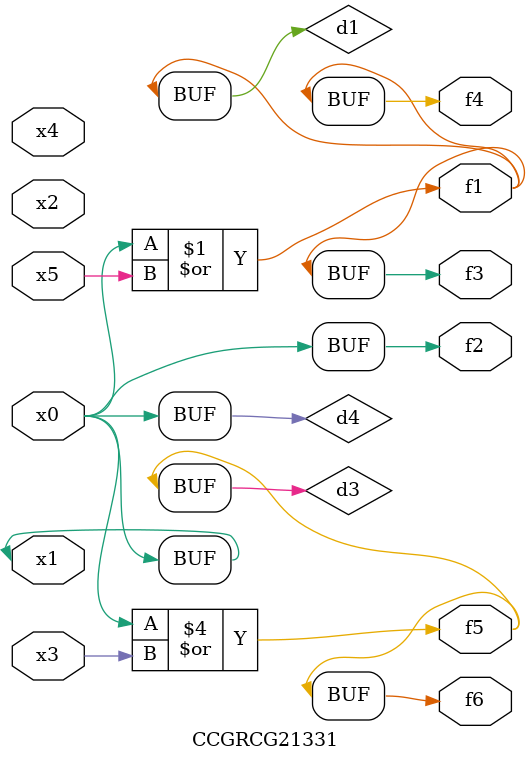
<source format=v>
module CCGRCG21331(
	input x0, x1, x2, x3, x4, x5,
	output f1, f2, f3, f4, f5, f6
);

	wire d1, d2, d3, d4;

	or (d1, x0, x5);
	xnor (d2, x1, x4);
	or (d3, x0, x3);
	buf (d4, x0, x1);
	assign f1 = d1;
	assign f2 = d4;
	assign f3 = d1;
	assign f4 = d1;
	assign f5 = d3;
	assign f6 = d3;
endmodule

</source>
